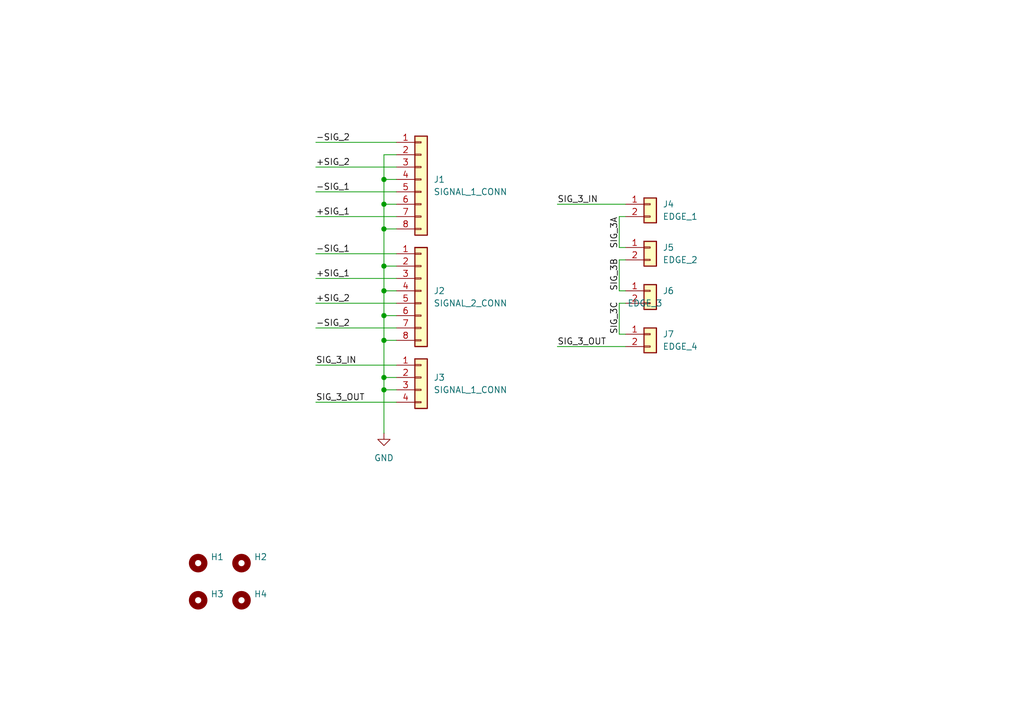
<source format=kicad_sch>
(kicad_sch (version 20250114) (generator "eeschema") (generator_version "9.0")
  (paper "A5")
  (title_block (title "detpan1_B") (date "2025-07-21") (rev "A") (company "TamperSec") (comment 1 "Justin Newkirk"))
  (lib_symbols
    (symbol "Connector_Generic:Conn_01x02" (pin_names (offset 1.016) (hide yes))
      (property "Reference" "J" (at 0 2.54 0))
      (property "Value" "Conn_01x02" (at 0 -5.08 0))
      (symbol "Conn_01x02_1_1"
        (rectangle (start -1.27 1.27) (end 1.27 -3.81) (stroke (width 0.254)) (fill (type background)))
        (rectangle (start -1.27 0.127) (end 0 -0.127) (stroke (width 0.1524)))
        (rectangle (start -1.27 -2.413) (end 0 -2.667) (stroke (width 0.1524)))
        (pin passive line (at -5.08 0 0) (length 3.81) (name "Pin_1") (number "1"))
        (pin passive line (at -5.08 -2.54 0) (length 3.81) (name "Pin_2") (number "2"))
      )
    )
    (symbol "Connector_Generic:Conn_01x04" (pin_names (offset 1.016) (hide yes))
      (property "Reference" "J" (at 0 5.08 0))
      (property "Value" "Conn_01x04" (at 0 -7.62 0))
      (symbol "Conn_01x04_1_1"
        (rectangle (start -1.27 3.81) (end 1.27 -6.35) (stroke (width 0.254)) (fill (type background)))
        (rectangle (start -1.27 2.667) (end 0 2.413) (stroke (width 0.1524)))
        (rectangle (start -1.27 0.127) (end 0 -0.127) (stroke (width 0.1524)))
        (rectangle (start -1.27 -2.413) (end 0 -2.667) (stroke (width 0.1524)))
        (rectangle (start -1.27 -4.953) (end 0 -5.207) (stroke (width 0.1524)))
        (pin passive line (at -5.08 2.54 0) (length 3.81) (name "Pin_1") (number "1"))
        (pin passive line (at -5.08 0 0) (length 3.81) (name "Pin_2") (number "2"))
        (pin passive line (at -5.08 -2.54 0) (length 3.81) (name "Pin_3") (number "3"))
        (pin passive line (at -5.08 -5.08 0) (length 3.81) (name "Pin_4") (number "4"))
      )
    )
    (symbol "Connector_Generic:Conn_01x08" (pin_names (offset 1.016) (hide yes))
      (property "Reference" "J" (at 0 10.16 0))
      (property "Value" "Conn_01x08" (at 0 -12.7 0))
      (symbol "Conn_01x08_1_1"
        (rectangle (start -1.27 8.89) (end 1.27 -11.43) (stroke (width 0.254)) (fill (type background)))
        (rectangle (start -1.27 7.747) (end 0 7.493) (stroke (width 0.1524)))
        (rectangle (start -1.27 5.207) (end 0 4.953) (stroke (width 0.1524)))
        (rectangle (start -1.27 2.667) (end 0 2.413) (stroke (width 0.1524)))
        (rectangle (start -1.27 0.127) (end 0 -0.127) (stroke (width 0.1524)))
        (rectangle (start -1.27 -2.413) (end 0 -2.667) (stroke (width 0.1524)))
        (rectangle (start -1.27 -4.953) (end 0 -5.207) (stroke (width 0.1524)))
        (rectangle (start -1.27 -7.493) (end 0 -7.747) (stroke (width 0.1524)))
        (rectangle (start -1.27 -10.033) (end 0 -10.287) (stroke (width 0.1524)))
        (pin passive line (at -5.08 7.62 0) (length 3.81) (name "Pin_1") (number "1"))
        (pin passive line (at -5.08 5.08 0) (length 3.81) (name "Pin_2") (number "2"))
        (pin passive line (at -5.08 2.54 0) (length 3.81) (name "Pin_3") (number "3"))
        (pin passive line (at -5.08 0 0) (length 3.81) (name "Pin_4") (number "4"))
        (pin passive line (at -5.08 -2.54 0) (length 3.81) (name "Pin_5") (number "5"))
        (pin passive line (at -5.08 -5.08 0) (length 3.81) (name "Pin_6") (number "6"))
        (pin passive line (at -5.08 -7.62 0) (length 3.81) (name "Pin_7") (number "7"))
        (pin passive line (at -5.08 -10.16 0) (length 3.81) (name "Pin_8") (number "8"))
      )
    )
    (symbol "Mechanical:MountingHole" (pin_names (offset 1.016)) (in_bom no)
      (property "Reference" "H" (at 0 5.08 0))
      (property "Value" "MountingHole" (at 0 3.175 0))
      (symbol "MountingHole_0_1"
        (circle (center 0 0) (radius 1.27) (stroke (width 1.27)))
      )
    )
    (symbol "power:GND" (power) (pin_numbers (hide yes)) (pin_names (offset 0) (hide yes))
      (property "Value" "GND" (at 0 -3.81 0))
      (symbol "GND_0_1"
        (polyline (pts (xy 0 0) (xy 0 -1.27) (xy 1.27 -1.27) (xy 0 -2.54) (xy -1.27 -1.27) (xy 0 -1.27)))
      )
      (symbol "GND_1_1"
        (pin power_in line (at 0 0 270) (length 0) (name "~") (number "1"))
      )
    )
  )
  (junction (at 78.74 36.83))
  (junction (at 78.74 46.99))
  (junction (at 78.74 41.91))
  (junction (at 78.74 64.77))
  (junction (at 78.74 54.61))
  (junction (at 78.74 59.69))
  (junction (at 78.74 69.85))
  (junction (at 78.74 80.01))
  (junction (at 78.74 77.47))
  (wire (pts (xy 78.74 54.61) (xy 81.28 54.61)))
  (wire (pts (xy 78.74 31.75) (xy 78.74 36.83)))
  (wire (pts (xy 78.74 41.91) (xy 78.74 46.99)))
  (wire (pts (xy 64.77 34.29) (xy 81.28 34.29)))
  (wire (pts (xy 64.77 62.23) (xy 81.28 62.23)))
  (wire (pts (xy 78.74 59.69) (xy 81.28 59.69)))
  (wire (pts (xy 78.74 69.85) (xy 81.28 69.85)))
  (wire (pts (xy 78.74 64.77) (xy 81.28 64.77)))
  (wire (pts (xy 78.74 64.77) (xy 78.74 69.85)))
  (wire (pts (xy 64.77 67.31) (xy 81.28 67.31)))
  (wire (pts (xy 78.74 54.61) (xy 78.74 59.69)))
  (wire (pts (xy 64.77 39.37) (xy 81.28 39.37)))
  (wire (pts (xy 114.3 41.91) (xy 128.27 41.91)))
  (wire (pts (xy 78.74 69.85) (xy 78.74 77.47)))
  (wire (pts (xy 78.74 46.99) (xy 78.74 54.61)))
  (wire (pts (xy 127 53.34) (xy 127 59.69)))
  (wire (pts (xy 78.74 36.83) (xy 78.74 41.91)))
  (wire (pts (xy 128.27 53.34) (xy 127 53.34)))
  (wire (pts (xy 78.74 41.91) (xy 81.28 41.91)))
  (wire (pts (xy 81.28 31.75) (xy 78.74 31.75)))
  (wire (pts (xy 127 68.58) (xy 128.27 68.58)))
  (wire (pts (xy 78.74 36.83) (xy 81.28 36.83)))
  (wire (pts (xy 127 50.8) (xy 128.27 50.8)))
  (wire (pts (xy 78.74 80.01) (xy 78.74 88.9)))
  (wire (pts (xy 128.27 62.23) (xy 127 62.23)))
  (wire (pts (xy 64.77 82.55) (xy 81.28 82.55)))
  (wire (pts (xy 128.27 44.45) (xy 127 44.45)))
  (wire (pts (xy 127 44.45) (xy 127 50.8)))
  (wire (pts (xy 64.77 57.15) (xy 81.28 57.15)))
  (wire (pts (xy 78.74 77.47) (xy 81.28 77.47)))
  (wire (pts (xy 114.3 71.12) (xy 128.27 71.12)))
  (wire (pts (xy 64.77 29.21) (xy 81.28 29.21)))
  (wire (pts (xy 64.77 52.07) (xy 81.28 52.07)))
  (wire (pts (xy 78.74 80.01) (xy 81.28 80.01)))
  (wire (pts (xy 127 59.69) (xy 128.27 59.69)))
  (wire (pts (xy 78.74 46.99) (xy 81.28 46.99)))
  (wire (pts (xy 64.77 44.45) (xy 81.28 44.45)))
  (wire (pts (xy 127 62.23) (xy 127 68.58)))
  (wire (pts (xy 78.74 59.69) (xy 78.74 64.77)))
  (wire (pts (xy 78.74 77.47) (xy 78.74 80.01)))
  (wire (pts (xy 64.77 74.93) (xy 81.28 74.93)))
  (label "-SIG_1" (at 64.77 52.07 0))
  (label "SIG_3_OUT" (at 114.3 71.12 0))
  (label "-SIG_2" (at 64.77 29.21 0))
  (label "+SIG_2" (at 64.77 34.29 0))
  (label "SIG_3_OUT" (at 64.77 82.55 0))
  (label "SIG_3_IN" (at 114.3 41.91 0))
  (label "+SIG_1" (at 64.77 44.45 0))
  (label "SIG_3C" (at 127 68.58 90))
  (label "+SIG_1" (at 64.77 57.15 0))
  (label "-SIG_2" (at 64.77 67.31 0))
  (label "-SIG_1" (at 64.77 39.37 0))
  (label "+SIG_2" (at 64.77 62.23 0))
  (label "SIG_3_IN" (at 64.77 74.93 0))
  (label "SIG_3B" (at 127 59.69 90))
  (label "SIG_3A" (at 127 44.45 270))
  (symbol (lib_id "Mechanical:MountingHole") (at 40.64 123.19 0) (unit 1) (in_bom no)
    (property "Reference" "H3" (at 43.18 121.9199 0) (effects (justify left)))
    (property "Footprint" "MountingHole:MountingHole_3.2mm_M3" (effects (hide yes)))
    (property "Description" "Mounting Hole without connection" (effects (hide yes)))
  )
  (symbol (lib_id "Connector_Generic:Conn_01x02") (at 133.35 41.91 0) (unit 1)
    (property "Reference" "J4" (at 135.89 41.9099 0) (effects (justify left)))
    (property "Value" "EDGE_1" (at 135.89 44.4499 0) (effects (justify left)))
    (property "Footprint" "Library:EDGE_CONN_IO" (effects (hide yes)))
    (property "Description" "Generic connector, single row, 01x02, script generated (kicad-library-utils/schlib/autogen/connector/)" (effects (hide yes)))
  )
  (symbol (lib_id "Connector_Generic:Conn_01x02") (at 133.35 68.58 0) (unit 1)
    (property "Reference" "J7" (at 135.89 68.5799 0) (effects (justify left)))
    (property "Value" "EDGE_4" (at 135.89 71.1199 0) (effects (justify left)))
    (property "Footprint" "Library:EDGE_CONN_IO" (effects (hide yes)))
    (property "Description" "Generic connector, single row, 01x02, script generated (kicad-library-utils/schlib/autogen/connector/)" (effects (hide yes)))
  )
  (symbol (lib_id "Mechanical:MountingHole") (at 49.53 123.19 0) (unit 1) (in_bom no)
    (property "Reference" "H4" (at 52.07 121.9199 0) (effects (justify left)))
    (property "Footprint" "MountingHole:MountingHole_3.2mm_M3" (effects (hide yes)))
    (property "Description" "Mounting Hole without connection" (effects (hide yes)))
  )
  (symbol (lib_id "Mechanical:MountingHole") (at 40.64 115.57 0) (unit 1) (in_bom no)
    (property "Reference" "H1" (at 43.18 114.2999 0) (effects (justify left)))
    (property "Footprint" "MountingHole:MountingHole_3.2mm_M3" (effects (hide yes)))
    (property "Description" "Mounting Hole without connection" (effects (hide yes)))
  )
  (symbol (lib_id "power:GND") (at 78.74 88.9 0) (unit 1)
    (property "Reference" "#PWR01" (effects (hide yes)))
    (property "Value" "GND" (at 78.74 93.98 0))
    (property "Description" "Power symbol creates a global label with name \"GND\" , ground" (effects (hide yes)))
  )
  (symbol (lib_id "Connector_Generic:Conn_01x02") (at 133.35 59.69 0) (unit 1)
    (property "Reference" "J6" (at 135.89 59.6899 0) (effects (justify left)))
    (property "Value" "EDGE_3" (at 135.89 62.2299 0) (effects (justify right)))
    (property "Footprint" "Library:EDGE_CONN_IO" (effects (hide yes)))
    (property "Description" "Generic connector, single row, 01x02, script generated (kicad-library-utils/schlib/autogen/connector/)" (effects (hide yes)))
  )
  (symbol (lib_id "Mechanical:MountingHole") (at 49.53 115.57 0) (unit 1) (in_bom no)
    (property "Reference" "H2" (at 52.07 114.2999 0) (effects (justify left)))
    (property "Footprint" "MountingHole:MountingHole_3.2mm_M3" (effects (hide yes)))
    (property "Description" "Mounting Hole without connection" (effects (hide yes)))
  )
  (symbol (lib_id "Connector_Generic:Conn_01x08") (at 86.36 36.83 0) (unit 1)
    (property "Reference" "J1" (at 88.9 36.8299 0) (effects (justify left)))
    (property "Value" "SIGNAL_1_CONN" (at 88.9 39.3699 0) (effects (justify left)))
    (property "Footprint" "Connector_JST:JST_GH_BM08B-GHS-TBT_1x08-1MP_P1.25mm_Vertical" (effects (hide yes)))
    (property "Description" "Generic connector, single row, 01x08, script generated (kicad-library-utils/schlib/autogen/connector/)" (effects (hide yes)))
  )
  (symbol (lib_id "Connector_Generic:Conn_01x08") (at 86.36 59.69 0) (unit 1)
    (property "Reference" "J2" (at 88.9 59.6899 0) (effects (justify left)))
    (property "Value" "SIGNAL_2_CONN" (at 88.9 62.2299 0) (effects (justify left)))
    (property "Footprint" "Connector_JST:JST_GH_BM08B-GHS-TBT_1x08-1MP_P1.25mm_Vertical" (effects (hide yes)))
    (property "Description" "Generic connector, single row, 01x08, script generated (kicad-library-utils/schlib/autogen/connector/)" (effects (hide yes)))
  )
  (symbol (lib_id "Connector_Generic:Conn_01x04") (at 86.36 77.47 0) (unit 1)
    (property "Reference" "J3" (at 88.9 77.4699 0) (effects (justify left)))
    (property "Value" "SIGNAL_1_CONN" (at 88.9 80.0099 0) (effects (justify left)))
    (property "Footprint" "Connector_JST:JST_GH_BM04B-GHS-TBT_1x04-1MP_P1.25mm_Vertical" (effects (hide yes)))
    (property "Description" "Generic connector, single row, 01x04, script generated (kicad-library-utils/schlib/autogen/connector/)" (effects (hide yes)))
    (property "JLCPCB Part #" "C225120" (effects (hide yes)))
  )
  (symbol (lib_id "Connector_Generic:Conn_01x02") (at 133.35 50.8 0) (unit 1)
    (property "Reference" "J5" (at 135.89 50.7999 0) (effects (justify left)))
    (property "Value" "EDGE_2" (at 135.89 53.3399 0) (effects (justify left)))
    (property "Footprint" "Library:EDGE_CONN_IO" (effects (hide yes)))
    (property "Description" "Generic connector, single row, 01x02, script generated (kicad-library-utils/schlib/autogen/connector/)" (effects (hide yes)))
  )
)
</source>
